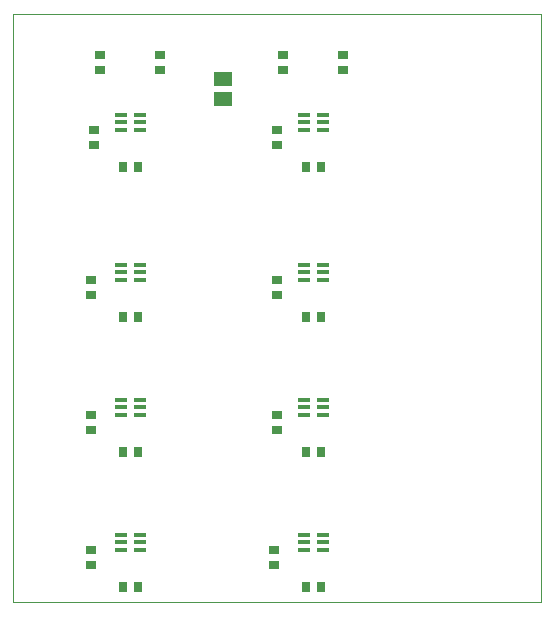
<source format=gtp>
G75*
G70*
%OFA0B0*%
%FSLAX24Y24*%
%IPPOS*%
%LPD*%
%AMOC8*
5,1,8,0,0,1.08239X$1,22.5*
%
%ADD10C,0.0000*%
%ADD11R,0.0413X0.0118*%
%ADD12R,0.0276X0.0354*%
%ADD13R,0.0354X0.0276*%
%ADD14R,0.0591X0.0512*%
D10*
X000180Y000600D02*
X000180Y020200D01*
X017780Y020200D01*
X017780Y000600D01*
X000180Y000600D01*
D11*
X003765Y002344D03*
X003765Y002600D03*
X003765Y002856D03*
X004395Y002856D03*
X004395Y002600D03*
X004395Y002344D03*
X004395Y006844D03*
X004395Y007100D03*
X004395Y007356D03*
X003765Y007356D03*
X003765Y007100D03*
X003765Y006844D03*
X003765Y011344D03*
X003765Y011600D03*
X003765Y011856D03*
X004395Y011856D03*
X004395Y011600D03*
X004395Y011344D03*
X004395Y016344D03*
X004395Y016600D03*
X004395Y016856D03*
X003765Y016856D03*
X003765Y016600D03*
X003765Y016344D03*
X009865Y016344D03*
X009865Y016600D03*
X009865Y016856D03*
X010495Y016856D03*
X010495Y016600D03*
X010495Y016344D03*
X010495Y011856D03*
X010495Y011600D03*
X010495Y011344D03*
X009865Y011344D03*
X009865Y011600D03*
X009865Y011856D03*
X009865Y007356D03*
X009865Y007100D03*
X009865Y006844D03*
X010495Y006844D03*
X010495Y007100D03*
X010495Y007356D03*
X010495Y002856D03*
X010495Y002600D03*
X010495Y002344D03*
X009865Y002344D03*
X009865Y002600D03*
X009865Y002856D03*
D12*
X009924Y001100D03*
X010436Y001100D03*
X010436Y005600D03*
X009924Y005600D03*
X009924Y010100D03*
X010436Y010100D03*
X010436Y015100D03*
X009924Y015100D03*
X004336Y015100D03*
X003824Y015100D03*
X003824Y010100D03*
X004336Y010100D03*
X004336Y005600D03*
X003824Y005600D03*
X003824Y001100D03*
X004336Y001100D03*
D13*
X002780Y001844D03*
X002780Y002356D03*
X002780Y006344D03*
X002780Y006856D03*
X002780Y010844D03*
X002780Y011356D03*
X002880Y015844D03*
X002880Y016356D03*
X003080Y018344D03*
X003080Y018856D03*
X005080Y018856D03*
X005080Y018344D03*
X008980Y016356D03*
X008980Y015844D03*
X009180Y018344D03*
X009180Y018856D03*
X011180Y018856D03*
X011180Y018344D03*
X008980Y011356D03*
X008980Y010844D03*
X008980Y006856D03*
X008980Y006344D03*
X008880Y002356D03*
X008880Y001844D03*
D14*
X007180Y017365D03*
X007180Y018035D03*
M02*

</source>
